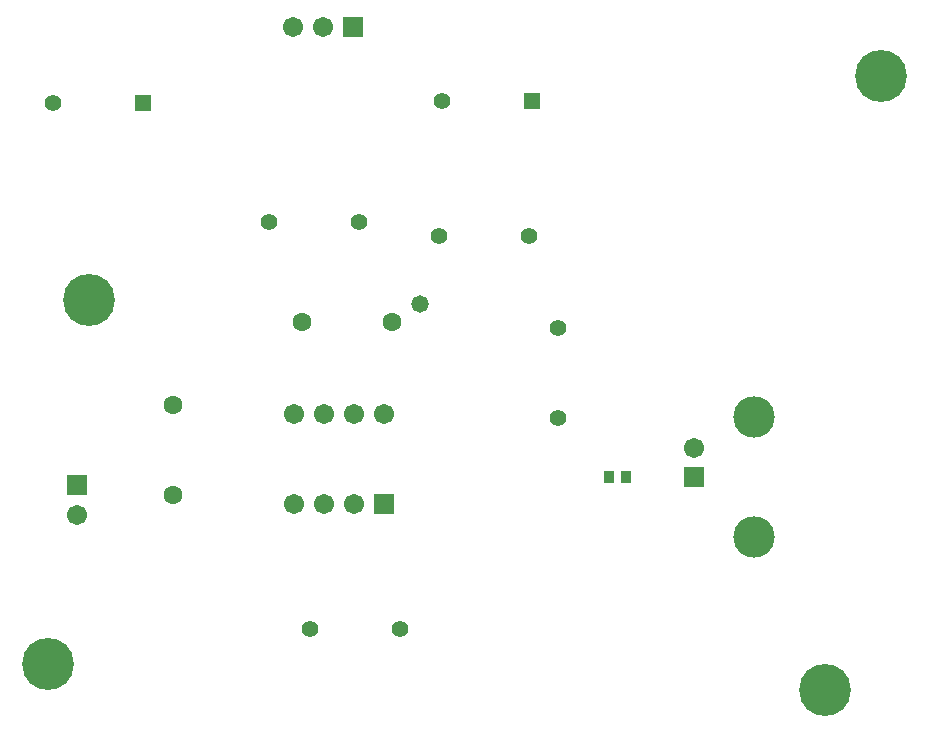
<source format=gts>
G04*
G04 #@! TF.GenerationSoftware,Altium Limited,Altium Designer,20.0.9 (164)*
G04*
G04 Layer_Color=8388736*
%FSLAX25Y25*%
%MOIN*%
G70*
G01*
G75*
%ADD16R,0.03556X0.04343*%
%ADD17C,0.05524*%
%ADD18R,0.05524X0.05524*%
%ADD19C,0.06706*%
%ADD20R,0.06706X0.06706*%
%ADD21R,0.06706X0.06706*%
%ADD22C,0.17300*%
%ADD23C,0.06312*%
%ADD24C,0.13792*%
%ADD25C,0.05800*%
D16*
X210344Y85750D02*
D03*
X216250D02*
D03*
D17*
X154750Y211250D02*
D03*
X25000Y210500D02*
D03*
X97250Y170750D02*
D03*
X127250D02*
D03*
X183750Y166250D02*
D03*
X153750D02*
D03*
X193500Y135500D02*
D03*
Y105500D02*
D03*
X140750Y35250D02*
D03*
X110750D02*
D03*
D18*
X184750Y211250D02*
D03*
X55000Y210500D02*
D03*
D19*
X105250Y235750D02*
D03*
X115250D02*
D03*
X105500Y107000D02*
D03*
X115500D02*
D03*
X125500D02*
D03*
X135500D02*
D03*
X105500Y77000D02*
D03*
X115500D02*
D03*
X125500D02*
D03*
X33250Y73250D02*
D03*
X238671Y95671D02*
D03*
D20*
X125250Y235750D02*
D03*
X238671Y85829D02*
D03*
D21*
X135500Y77000D02*
D03*
X33250Y83250D02*
D03*
D22*
X37000Y145000D02*
D03*
X301000Y219500D02*
D03*
X23500Y23500D02*
D03*
X282500Y15000D02*
D03*
D23*
X108000Y137500D02*
D03*
X138000D02*
D03*
X65250Y79750D02*
D03*
Y109750D02*
D03*
D24*
X258750Y65750D02*
D03*
Y105907D02*
D03*
D25*
X147500Y143500D02*
D03*
M02*

</source>
